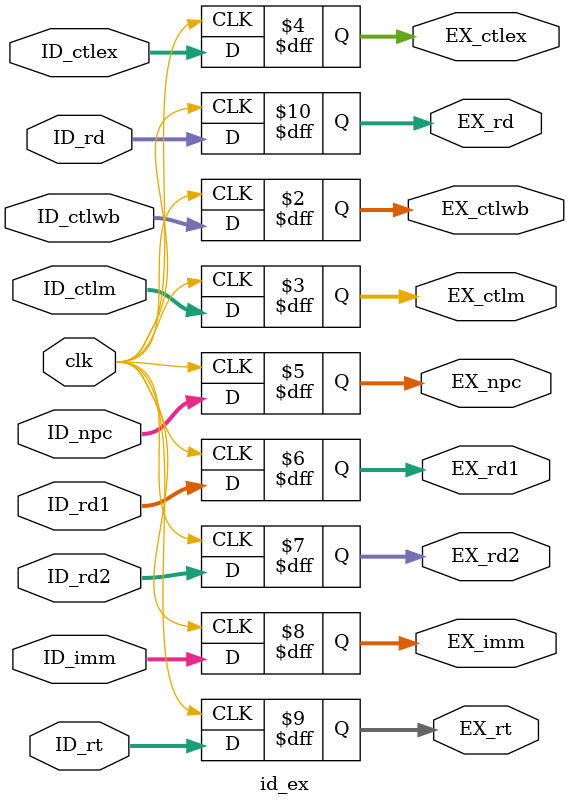
<source format=v>
`ifndef _id_ex_v_
`define _id_ex_v_
`endif

module id_ex(clk,
      ID_ctlwb, ID_ctlm, ID_ctlex, ID_npc, ID_rd1, ID_rd2, ID_imm, ID_rt, ID_rd,
      EX_ctlwb, EX_ctlm, EX_ctlex, EX_npc, EX_rd1, EX_rd2, EX_imm, EX_rt, EX_rd
      );

  input wire clk;
  
  input wire [1:0] ID_ctlwb;
  input wire [2:0] ID_ctlm;
  input wire [3:0] ID_ctlex;
  input wire [31:0] ID_npc, ID_rd1, ID_rd2, ID_imm;
  input wire [4:0] ID_rt, ID_rd;

  output reg [1:0] EX_ctlwb;
  output reg [2:0] EX_ctlm;
  output reg [3:0] EX_ctlex;
  output reg [31:0] EX_npc, EX_rd1, EX_rd2, EX_imm;
  output reg [4:0] EX_rt, EX_rd;
  
  always @(posedge clk) begin
    EX_ctlwb <= ID_ctlwb;
    EX_ctlm  <= ID_ctlm;
    EX_ctlex <= ID_ctlex;
    EX_npc   <= ID_npc;
    EX_rd1   <= ID_rd1;
    EX_rd2   <= ID_rd2;
    EX_imm   <= ID_imm;
    EX_rt    <= ID_rt;
    EX_rd    <= ID_rd;
  end

endmodule
</source>
